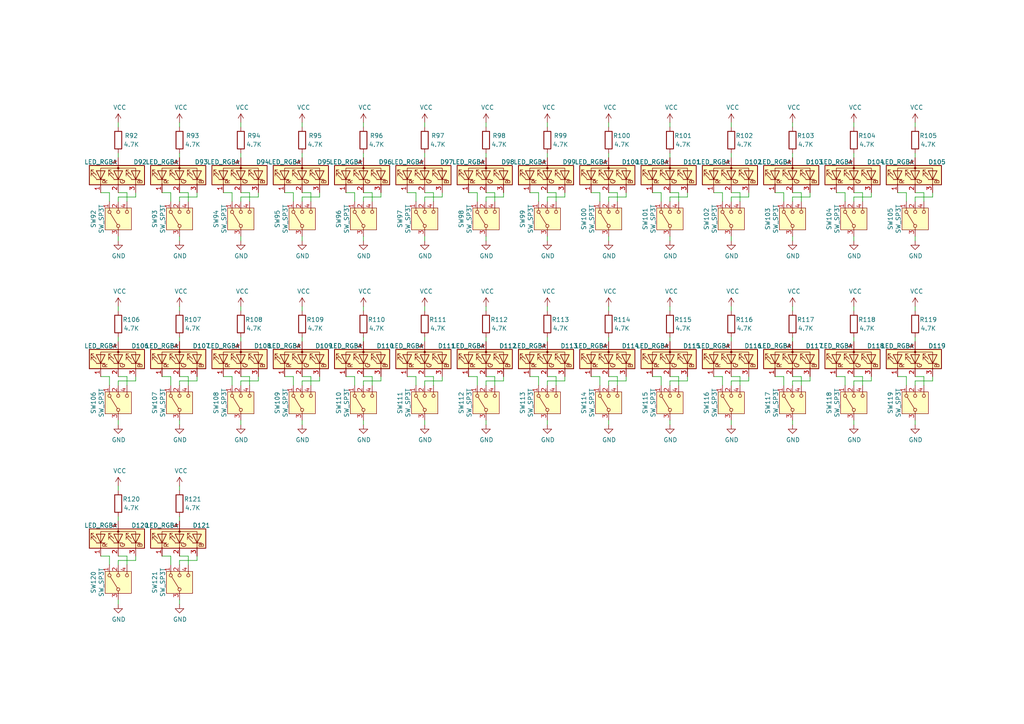
<source format=kicad_sch>
(kicad_sch (version 20231120) (generator "eeschema") (generator_version "8.0")
  (paper "A4")
  (lib_symbols
    (symbol "Device:R" (pin_numbers hide) (pin_names (offset 0))
      (property "Reference" "R" (at 2.032 0 90))
      (property "Value" "R" (at 0 0 90))
      (symbol "R_0_1"
        (rectangle (start -1.016 -2.54) (end 1.016 2.54) (stroke (width 0.254)))
      )
      (symbol "R_1_1"
        (pin passive line (at 0 3.81 270) (length 1.27) (name "~") (number "1"))
        (pin passive line (at 0 -3.81 90) (length 1.27) (name "~") (number "2"))
      )
    )
    (symbol "Switch:SW_SP3T" (pin_names (offset 0) hide)
      (property "Reference" "SW" (at 0 5.08 0))
      (property "Value" "SW_SP3T" (at 0 -5.08 0))
      (symbol "SW_SP3T_0_1"
        (circle (center -2.032 0) (radius 0.4572))
        (polyline (pts (xy -1.651 0.254) (xy 1.651 2.286)))
        (circle (center 2.032 -2.54) (radius 0.4572))
        (circle (center 2.032 0) (radius 0.4572))
        (circle (center 2.032 2.54) (radius 0.4572))
      )
      (symbol "SW_SP3T_1_1"
        (rectangle (start -3.175 3.81) (end 3.175 -3.81) (fill (type background)))
        (pin passive line (at 5.08 2.54 180) (length 2.54) (name "1") (number "1"))
        (pin passive line (at 5.08 0 180) (length 2.54) (name "2") (number "2"))
        (pin passive line (at -5.08 0 0) (length 2.54) (name "3") (number "3"))
        (pin passive line (at 5.08 -2.54 180) (length 2.54) (name "4") (number "4"))
      )
    )
    (symbol "led_rgba:LED_RGBA" (pin_names (offset 0) hide)
      (property "Reference" "D" (at 0 9.398 0))
      (property "Value" "LED_RGBA" (at 0 -8.89 0))
      (symbol "LED_RGBA_0_0"
        (text "B" (at -1.905 -6.35 0) (effects (font (size 1.27 1.27))))
        (text "G" (at -1.905 -1.27 0) (effects (font (size 1.27 1.27))))
        (text "R" (at -1.905 3.81 0) (effects (font (size 1.27 1.27))))
      )
      (symbol "LED_RGBA_0_1"
        (polyline (pts (xy -2.54 -5.08) (xy 1.27 -5.08)))
        (polyline (pts (xy -1.27 -3.81) (xy -1.27 -6.35)) (stroke (width 0.2032)))
        (polyline (pts (xy -1.27 1.27) (xy -1.27 -1.27)) (stroke (width 0.2032)))
        (polyline (pts (xy -1.27 6.35) (xy -1.27 3.81)) (stroke (width 0.2032)))
        (polyline (pts (xy 1.27 5.08) (xy -2.54 5.08)))
        (polyline (pts (xy 2.54 0) (xy -2.54 0)))
        (polyline (pts (xy 1.27 -5.08) (xy 2.032 -5.08) (xy 2.032 5.08) (xy 1.27 5.08)))
        (polyline (pts (xy 1.27 -3.81) (xy 1.27 -6.35) (xy -1.27 -5.08) (xy 1.27 -3.81)) (stroke (width 0.2032)))
        (polyline (pts (xy 1.27 1.27) (xy 1.27 -1.27) (xy -1.27 0) (xy 1.27 1.27)) (stroke (width 0.2032)))
        (polyline (pts (xy 1.27 6.35) (xy 1.27 3.81) (xy -1.27 5.08) (xy 1.27 6.35)) (stroke (width 0.2032)))
        (polyline (pts (xy -1.016 -3.81) (xy 0.508 -2.286) (xy -0.254 -2.286) (xy 0.508 -2.286) (xy 0.508 -3.048)))
        (polyline (pts (xy -1.016 1.27) (xy 0.508 2.794) (xy -0.254 2.794) (xy 0.508 2.794) (xy 0.508 2.032)))
        (polyline (pts (xy -1.016 6.35) (xy 0.508 7.874) (xy -0.254 7.874) (xy 0.508 7.874) (xy 0.508 7.112)))
        (polyline (pts (xy 0 -3.81) (xy 1.524 -2.286) (xy 0.762 -2.286) (xy 1.524 -2.286) (xy 1.524 -3.048)))
        (polyline (pts (xy 0 1.27) (xy 1.524 2.794) (xy 0.762 2.794) (xy 1.524 2.794) (xy 1.524 2.032)))
        (polyline (pts (xy 0 6.35) (xy 1.524 7.874) (xy 0.762 7.874) (xy 1.524 7.874) (xy 1.524 7.112)))
        (rectangle (start 1.27 6.35) (end 1.27 6.35))
        (circle (center 2.032 0) (radius 0.254) (fill (type outline)))
        (rectangle (start 2.794 8.382) (end -2.794 -7.62) (stroke (width 0.254)) (fill (type background)))
      )
      (symbol "LED_RGBA_1_1"
        (pin passive line (at -5.08 5.08 0) (length 2.54) (name "RK") (number "1"))
        (pin passive line (at -5.08 0 0) (length 2.54) (name "GK") (number "2"))
        (pin passive line (at -5.08 -5.08 0) (length 2.54) (name "BK") (number "3"))
        (pin passive line (at 5.08 0 180) (length 2.54) (name "A") (number "4"))
      )
    )
    (symbol "motivational board-rescue:GND-power" (power) (pin_names (offset 0))
      (property "Value" "power_GND" (at 0 -3.81 0))
      (symbol "GND-power_0_1"
        (polyline (pts (xy 0 0) (xy 0 -1.27) (xy 1.27 -1.27) (xy 0 -2.54) (xy -1.27 -1.27) (xy 0 -1.27)))
      )
      (symbol "GND-power_1_1"
        (pin power_in line (at 0 0 270) (length 0) hide (name "GND") (number "1"))
      )
    )
    (symbol "motivational board-rescue:VCC-power" (power) (pin_names (offset 0))
      (property "Value" "power_VCC" (at 0 3.81 0))
      (symbol "VCC-power_0_1"
        (polyline (pts (xy -0.762 1.27) (xy 0 2.54)))
        (polyline (pts (xy 0 0) (xy 0 2.54)))
        (polyline (pts (xy 0 2.54) (xy 0.762 1.27)))
      )
      (symbol "VCC-power_1_1"
        (pin power_in line (at 0 0 90) (length 0) hide (name "VCC") (number "1"))
      )
    )
  )
  (wire (pts (xy 34.29 163.83) (xy 34.29 162.56)))
  (wire (pts (xy 74.93 57.15) (xy 74.93 55.88)))
  (wire (pts (xy 161.29 111.76) (xy 161.29 109.22)))
  (wire (pts (xy 232.41 58.42) (xy 232.41 55.88)))
  (wire (pts (xy 270.51 110.49) (xy 270.51 109.22)))
  (wire (pts (xy 118.11 55.88) (xy 120.65 55.88)))
  (wire (pts (xy 102.87 55.88) (xy 102.87 58.42)))
  (wire (pts (xy 229.87 68.58) (xy 229.87 69.85)))
  (wire (pts (xy 158.75 99.06) (xy 158.75 97.79)))
  (wire (pts (xy 128.27 110.49) (xy 128.27 109.22)))
  (wire (pts (xy 194.31 110.49) (xy 199.39 110.49)))
  (wire (pts (xy 247.65 99.06) (xy 247.65 97.79)))
  (wire (pts (xy 194.31 88.9) (xy 194.31 90.17)))
  (wire (pts (xy 34.29 88.9) (xy 34.29 90.17)))
  (wire (pts (xy 72.39 55.88) (xy 69.85 55.88)))
  (wire (pts (xy 29.21 109.22) (xy 31.75 109.22)))
  (wire (pts (xy 34.29 110.49) (xy 39.37 110.49)))
  (wire (pts (xy 140.97 35.56) (xy 140.97 36.83)))
  (wire (pts (xy 138.43 109.22) (xy 138.43 111.76)))
  (wire (pts (xy 87.63 57.15) (xy 92.71 57.15)))
  (wire (pts (xy 265.43 57.15) (xy 270.51 57.15)))
  (wire (pts (xy 54.61 109.22) (xy 52.07 109.22)))
  (wire (pts (xy 196.85 111.76) (xy 196.85 109.22)))
  (wire (pts (xy 260.35 55.88) (xy 262.89 55.88)))
  (wire (pts (xy 267.97 111.76) (xy 267.97 109.22)))
  (wire (pts (xy 265.43 110.49) (xy 270.51 110.49)))
  (wire (pts (xy 181.61 57.15) (xy 181.61 55.88)))
  (wire (pts (xy 69.85 111.76) (xy 69.85 110.49)))
  (wire (pts (xy 158.75 110.49) (xy 163.83 110.49)))
  (wire (pts (xy 158.75 121.92) (xy 158.75 123.19)))
  (wire (pts (xy 153.67 109.22) (xy 156.21 109.22)))
  (wire (pts (xy 176.53 111.76) (xy 176.53 110.49)))
  (wire (pts (xy 234.95 110.49) (xy 234.95 109.22)))
  (wire (pts (xy 176.53 35.56) (xy 176.53 36.83)))
  (wire (pts (xy 214.63 55.88) (xy 212.09 55.88)))
  (wire (pts (xy 267.97 109.22) (xy 265.43 109.22)))
  (wire (pts (xy 227.33 109.22) (xy 227.33 111.76)))
  (wire (pts (xy 247.65 88.9) (xy 247.65 90.17)))
  (wire (pts (xy 69.85 88.9) (xy 69.85 90.17)))
  (wire (pts (xy 72.39 109.22) (xy 69.85 109.22)))
  (wire (pts (xy 140.97 110.49) (xy 146.05 110.49)))
  (wire (pts (xy 176.53 45.72) (xy 176.53 44.45)))
  (wire (pts (xy 247.65 35.56) (xy 247.65 36.83)))
  (wire (pts (xy 34.29 58.42) (xy 34.29 57.15)))
  (wire (pts (xy 107.95 55.88) (xy 105.41 55.88)))
  (wire (pts (xy 176.53 121.92) (xy 176.53 123.19)))
  (wire (pts (xy 125.73 111.76) (xy 125.73 109.22)))
  (wire (pts (xy 31.75 161.29) (xy 31.75 163.83)))
  (wire (pts (xy 173.99 55.88) (xy 173.99 58.42)))
  (wire (pts (xy 194.31 35.56) (xy 194.31 36.83)))
  (wire (pts (xy 247.65 110.49) (xy 252.73 110.49)))
  (wire (pts (xy 34.29 57.15) (xy 39.37 57.15)))
  (wire (pts (xy 229.87 121.92) (xy 229.87 123.19)))
  (wire (pts (xy 199.39 110.49) (xy 199.39 109.22)))
  (wire (pts (xy 265.43 68.58) (xy 265.43 69.85)))
  (wire (pts (xy 90.17 111.76) (xy 90.17 109.22)))
  (wire (pts (xy 69.85 68.58) (xy 69.85 69.85)))
  (wire (pts (xy 64.77 109.22) (xy 67.31 109.22)))
  (wire (pts (xy 194.31 121.92) (xy 194.31 123.19)))
  (wire (pts (xy 34.29 151.13) (xy 34.29 149.86)))
  (wire (pts (xy 171.45 55.88) (xy 173.99 55.88)))
  (wire (pts (xy 72.39 111.76) (xy 72.39 109.22)))
  (wire (pts (xy 212.09 99.06) (xy 212.09 97.79)))
  (wire (pts (xy 247.65 45.72) (xy 247.65 44.45)))
  (wire (pts (xy 82.55 109.22) (xy 85.09 109.22)))
  (wire (pts (xy 153.67 55.88) (xy 156.21 55.88)))
  (wire (pts (xy 69.85 57.15) (xy 74.93 57.15)))
  (wire (pts (xy 52.07 162.56) (xy 57.15 162.56)))
  (wire (pts (xy 194.31 58.42) (xy 194.31 57.15)))
  (wire (pts (xy 250.19 58.42) (xy 250.19 55.88)))
  (wire (pts (xy 123.19 111.76) (xy 123.19 110.49)))
  (wire (pts (xy 252.73 110.49) (xy 252.73 109.22)))
  (wire (pts (xy 140.97 68.58) (xy 140.97 69.85)))
  (wire (pts (xy 123.19 121.92) (xy 123.19 123.19)))
  (wire (pts (xy 123.19 68.58) (xy 123.19 69.85)))
  (wire (pts (xy 67.31 109.22) (xy 67.31 111.76)))
  (wire (pts (xy 265.43 88.9) (xy 265.43 90.17)))
  (wire (pts (xy 194.31 57.15) (xy 199.39 57.15)))
  (wire (pts (xy 163.83 110.49) (xy 163.83 109.22)))
  (wire (pts (xy 34.29 45.72) (xy 34.29 44.45)))
  (wire (pts (xy 265.43 121.92) (xy 265.43 123.19)))
  (wire (pts (xy 34.29 140.97) (xy 34.29 142.24)))
  (wire (pts (xy 217.17 110.49) (xy 217.17 109.22)))
  (wire (pts (xy 265.43 35.56) (xy 265.43 36.83)))
  (wire (pts (xy 224.79 109.22) (xy 227.33 109.22)))
  (wire (pts (xy 54.61 161.29) (xy 52.07 161.29)))
  (wire (pts (xy 92.71 110.49) (xy 92.71 109.22)))
  (wire (pts (xy 52.07 173.99) (xy 52.07 175.26)))
  (wire (pts (xy 179.07 58.42) (xy 179.07 55.88)))
  (wire (pts (xy 87.63 35.56) (xy 87.63 36.83)))
  (wire (pts (xy 247.65 121.92) (xy 247.65 123.19)))
  (wire (pts (xy 31.75 109.22) (xy 31.75 111.76)))
  (wire (pts (xy 176.53 88.9) (xy 176.53 90.17)))
  (wire (pts (xy 229.87 99.06) (xy 229.87 97.79)))
  (wire (pts (xy 247.65 68.58) (xy 247.65 69.85)))
  (wire (pts (xy 54.61 55.88) (xy 52.07 55.88)))
  (wire (pts (xy 107.95 109.22) (xy 105.41 109.22)))
  (wire (pts (xy 52.07 57.15) (xy 57.15 57.15)))
  (wire (pts (xy 52.07 151.13) (xy 52.07 149.86)))
  (wire (pts (xy 262.89 109.22) (xy 262.89 111.76)))
  (wire (pts (xy 105.41 110.49) (xy 110.49 110.49)))
  (wire (pts (xy 189.23 109.22) (xy 191.77 109.22)))
  (wire (pts (xy 54.61 163.83) (xy 54.61 161.29)))
  (wire (pts (xy 189.23 55.88) (xy 191.77 55.88)))
  (wire (pts (xy 214.63 111.76) (xy 214.63 109.22)))
  (wire (pts (xy 176.53 110.49) (xy 181.61 110.49)))
  (wire (pts (xy 163.83 57.15) (xy 163.83 55.88)))
  (wire (pts (xy 181.61 110.49) (xy 181.61 109.22)))
  (wire (pts (xy 199.39 57.15) (xy 199.39 55.88)))
  (wire (pts (xy 135.89 55.88) (xy 138.43 55.88)))
  (wire (pts (xy 105.41 121.92) (xy 105.41 123.19)))
  (wire (pts (xy 247.65 57.15) (xy 252.73 57.15)))
  (wire (pts (xy 34.29 111.76) (xy 34.29 110.49)))
  (wire (pts (xy 107.95 58.42) (xy 107.95 55.88)))
  (wire (pts (xy 105.41 88.9) (xy 105.41 90.17)))
  (wire (pts (xy 214.63 109.22) (xy 212.09 109.22)))
  (wire (pts (xy 214.63 58.42) (xy 214.63 55.88)))
  (wire (pts (xy 229.87 111.76) (xy 229.87 110.49)))
  (wire (pts (xy 110.49 110.49) (xy 110.49 109.22)))
  (wire (pts (xy 140.97 57.15) (xy 146.05 57.15)))
  (wire (pts (xy 87.63 68.58) (xy 87.63 69.85)))
  (wire (pts (xy 90.17 55.88) (xy 87.63 55.88)))
  (wire (pts (xy 265.43 58.42) (xy 265.43 57.15)))
  (wire (pts (xy 267.97 55.88) (xy 265.43 55.88)))
  (wire (pts (xy 140.97 58.42) (xy 140.97 57.15)))
  (wire (pts (xy 158.75 68.58) (xy 158.75 69.85)))
  (wire (pts (xy 49.53 55.88) (xy 49.53 58.42)))
  (wire (pts (xy 34.29 173.99) (xy 34.29 175.26)))
  (wire (pts (xy 107.95 111.76) (xy 107.95 109.22)))
  (wire (pts (xy 92.71 57.15) (xy 92.71 55.88)))
  (wire (pts (xy 100.33 109.22) (xy 102.87 109.22)))
  (wire (pts (xy 265.43 111.76) (xy 265.43 110.49)))
  (wire (pts (xy 227.33 55.88) (xy 227.33 58.42)))
  (wire (pts (xy 123.19 58.42) (xy 123.19 57.15)))
  (wire (pts (xy 52.07 58.42) (xy 52.07 57.15)))
  (wire (pts (xy 140.97 99.06) (xy 140.97 97.79)))
  (wire (pts (xy 105.41 111.76) (xy 105.41 110.49)))
  (wire (pts (xy 212.09 57.15) (xy 217.17 57.15)))
  (wire (pts (xy 125.73 109.22) (xy 123.19 109.22)))
  (wire (pts (xy 123.19 110.49) (xy 128.27 110.49)))
  (wire (pts (xy 242.57 109.22) (xy 245.11 109.22)))
  (wire (pts (xy 39.37 110.49) (xy 39.37 109.22)))
  (wire (pts (xy 34.29 68.58) (xy 34.29 69.85)))
  (wire (pts (xy 36.83 55.88) (xy 34.29 55.88)))
  (wire (pts (xy 105.41 45.72) (xy 105.41 44.45)))
  (wire (pts (xy 123.19 35.56) (xy 123.19 36.83)))
  (wire (pts (xy 194.31 99.06) (xy 194.31 97.79)))
  (wire (pts (xy 123.19 45.72) (xy 123.19 44.45)))
  (wire (pts (xy 105.41 68.58) (xy 105.41 69.85)))
  (wire (pts (xy 143.51 109.22) (xy 140.97 109.22)))
  (wire (pts (xy 105.41 57.15) (xy 110.49 57.15)))
  (wire (pts (xy 229.87 57.15) (xy 234.95 57.15)))
  (wire (pts (xy 34.29 162.56) (xy 39.37 162.56)))
  (wire (pts (xy 158.75 58.42) (xy 158.75 57.15)))
  (wire (pts (xy 140.97 45.72) (xy 140.97 44.45)))
  (wire (pts (xy 212.09 121.92) (xy 212.09 123.19)))
  (wire (pts (xy 36.83 163.83) (xy 36.83 161.29)))
  (wire (pts (xy 52.07 110.49) (xy 57.15 110.49)))
  (wire (pts (xy 34.29 121.92) (xy 34.29 123.19)))
  (wire (pts (xy 234.95 57.15) (xy 234.95 55.88)))
  (wire (pts (xy 247.65 111.76) (xy 247.65 110.49)))
  (wire (pts (xy 270.51 57.15) (xy 270.51 55.88)))
  (wire (pts (xy 179.07 111.76) (xy 179.07 109.22)))
  (wire (pts (xy 156.21 55.88) (xy 156.21 58.42)))
  (wire (pts (xy 194.31 68.58) (xy 194.31 69.85)))
  (wire (pts (xy 87.63 121.92) (xy 87.63 123.19)))
  (wire (pts (xy 196.85 58.42) (xy 196.85 55.88)))
  (wire (pts (xy 176.53 58.42) (xy 176.53 57.15)))
  (wire (pts (xy 49.53 161.29) (xy 49.53 163.83)))
  (wire (pts (xy 118.11 109.22) (xy 120.65 109.22)))
  (wire (pts (xy 52.07 35.56) (xy 52.07 36.83)))
  (wire (pts (xy 171.45 109.22) (xy 173.99 109.22)))
  (wire (pts (xy 140.97 121.92) (xy 140.97 123.19)))
  (wire (pts (xy 36.83 161.29) (xy 34.29 161.29)))
  (wire (pts (xy 67.31 55.88) (xy 67.31 58.42)))
  (wire (pts (xy 146.05 57.15) (xy 146.05 55.88)))
  (wire (pts (xy 52.07 88.9) (xy 52.07 90.17)))
  (wire (pts (xy 69.85 45.72) (xy 69.85 44.45)))
  (wire (pts (xy 176.53 68.58) (xy 176.53 69.85)))
  (wire (pts (xy 207.01 55.88) (xy 209.55 55.88)))
  (wire (pts (xy 52.07 45.72) (xy 52.07 44.45)))
  (wire (pts (xy 212.09 88.9) (xy 212.09 90.17)))
  (wire (pts (xy 143.51 55.88) (xy 140.97 55.88)))
  (wire (pts (xy 212.09 68.58) (xy 212.09 69.85)))
  (wire (pts (xy 250.19 111.76) (xy 250.19 109.22)))
  (wire (pts (xy 69.85 35.56) (xy 69.85 36.83)))
  (wire (pts (xy 123.19 99.06) (xy 123.19 97.79)))
  (wire (pts (xy 262.89 55.88) (xy 262.89 58.42)))
  (wire (pts (xy 194.31 111.76) (xy 194.31 110.49)))
  (wire (pts (xy 229.87 58.42) (xy 229.87 57.15)))
  (wire (pts (xy 158.75 35.56) (xy 158.75 36.83)))
  (wire (pts (xy 229.87 88.9) (xy 229.87 90.17)))
  (wire (pts (xy 158.75 45.72) (xy 158.75 44.45)))
  (wire (pts (xy 105.41 35.56) (xy 105.41 36.83)))
  (wire (pts (xy 194.31 45.72) (xy 194.31 44.45)))
  (wire (pts (xy 87.63 110.49) (xy 92.71 110.49)))
  (wire (pts (xy 69.85 58.42) (xy 69.85 57.15)))
  (wire (pts (xy 232.41 111.76) (xy 232.41 109.22)))
  (wire (pts (xy 146.05 110.49) (xy 146.05 109.22)))
  (wire (pts (xy 140.97 88.9) (xy 140.97 90.17)))
  (wire (pts (xy 49.53 109.22) (xy 49.53 111.76)))
  (wire (pts (xy 265.43 99.06) (xy 265.43 97.79)))
  (wire (pts (xy 232.41 55.88) (xy 229.87 55.88)))
  (wire (pts (xy 161.29 55.88) (xy 158.75 55.88)))
  (wire (pts (xy 69.85 121.92) (xy 69.85 123.19)))
  (wire (pts (xy 125.73 55.88) (xy 123.19 55.88)))
  (wire (pts (xy 87.63 111.76) (xy 87.63 110.49)))
  (wire (pts (xy 196.85 109.22) (xy 194.31 109.22)))
  (wire (pts (xy 212.09 45.72) (xy 212.09 44.45)))
  (wire (pts (xy 29.21 161.29) (xy 31.75 161.29)))
  (wire (pts (xy 176.53 99.06) (xy 176.53 97.79)))
  (wire (pts (xy 74.93 110.49) (xy 74.93 109.22)))
  (wire (pts (xy 143.51 58.42) (xy 143.51 55.88)))
  (wire (pts (xy 52.07 111.76) (xy 52.07 110.49)))
  (wire (pts (xy 245.11 55.88) (xy 245.11 58.42)))
  (wire (pts (xy 85.09 55.88) (xy 85.09 58.42)))
  (wire (pts (xy 158.75 57.15) (xy 163.83 57.15)))
  (wire (pts (xy 123.19 57.15) (xy 128.27 57.15)))
  (wire (pts (xy 46.99 161.29) (xy 49.53 161.29)))
  (wire (pts (xy 250.19 109.22) (xy 247.65 109.22)))
  (wire (pts (xy 64.77 55.88) (xy 67.31 55.88)))
  (wire (pts (xy 105.41 58.42) (xy 105.41 57.15)))
  (wire (pts (xy 179.07 55.88) (xy 176.53 55.88)))
  (wire (pts (xy 161.29 109.22) (xy 158.75 109.22)))
  (wire (pts (xy 140.97 111.76) (xy 140.97 110.49)))
  (wire (pts (xy 120.65 109.22) (xy 120.65 111.76)))
  (wire (pts (xy 87.63 88.9) (xy 87.63 90.17)))
  (wire (pts (xy 242.57 55.88) (xy 245.11 55.88)))
  (wire (pts (xy 85.09 109.22) (xy 85.09 111.76)))
  (wire (pts (xy 36.83 58.42) (xy 36.83 55.88)))
  (wire (pts (xy 260.35 109.22) (xy 262.89 109.22)))
  (wire (pts (xy 46.99 109.22) (xy 49.53 109.22)))
  (wire (pts (xy 135.89 109.22) (xy 138.43 109.22)))
  (wire (pts (xy 138.43 55.88) (xy 138.43 58.42)))
  (wire (pts (xy 90.17 109.22) (xy 87.63 109.22)))
  (wire (pts (xy 265.43 45.72) (xy 265.43 44.45)))
  (wire (pts (xy 229.87 45.72) (xy 229.87 44.45)))
  (wire (pts (xy 232.41 109.22) (xy 229.87 109.22)))
  (wire (pts (xy 173.99 109.22) (xy 173.99 111.76)))
  (wire (pts (xy 161.29 58.42) (xy 161.29 55.88)))
  (wire (pts (xy 179.07 109.22) (xy 176.53 109.22)))
  (wire (pts (xy 52.07 99.06) (xy 52.07 97.79)))
  (wire (pts (xy 191.77 55.88) (xy 191.77 58.42)))
  (wire (pts (xy 54.61 58.42) (xy 54.61 55.88)))
  (wire (pts (xy 207.01 109.22) (xy 209.55 109.22)))
  (wire (pts (xy 29.21 55.88) (xy 31.75 55.88)))
  (wire (pts (xy 52.07 68.58) (xy 52.07 69.85)))
  (wire (pts (xy 36.83 111.76) (xy 36.83 109.22)))
  (wire (pts (xy 212.09 110.49) (xy 217.17 110.49)))
  (wire (pts (xy 34.29 99.06) (xy 34.29 97.79)))
  (wire (pts (xy 229.87 110.49) (xy 234.95 110.49)))
  (wire (pts (xy 36.83 109.22) (xy 34.29 109.22)))
  (wire (pts (xy 176.53 57.15) (xy 181.61 57.15)))
  (wire (pts (xy 39.37 57.15) (xy 39.37 55.88)))
  (wire (pts (xy 34.29 35.56) (xy 34.29 36.83)))
  (wire (pts (xy 143.51 111.76) (xy 143.51 109.22)))
  (wire (pts (xy 105.41 99.06) (xy 105.41 97.79)))
  (wire (pts (xy 212.09 58.42) (xy 212.09 57.15)))
  (wire (pts (xy 87.63 45.72) (xy 87.63 44.45)))
  (wire (pts (xy 82.55 55.88) (xy 85.09 55.88)))
  (wire (pts (xy 229.87 35.56) (xy 229.87 36.83)))
  (wire (pts (xy 69.85 110.49) (xy 74.93 110.49)))
  (wire (pts (xy 69.85 99.06) (xy 69.85 97.79)))
  (wire (pts (xy 123.19 88.9) (xy 123.19 90.17)))
  (wire (pts (xy 209.55 55.88) (xy 209.55 58.42)))
  (wire (pts (xy 87.63 99.06) (xy 87.63 97.79)))
  (wire (pts (xy 212.09 35.56) (xy 212.09 36.83)))
  (wire (pts (xy 196.85 55.88) (xy 194.31 55.88)))
  (wire (pts (xy 100.33 55.88) (xy 102.87 55.88)))
  (wire (pts (xy 158.75 88.9) (xy 158.75 90.17)))
  (wire (pts (xy 267.97 58.42) (xy 267.97 55.88)))
  (wire (pts (xy 191.77 109.22) (xy 191.77 111.76)))
  (wire (pts (xy 217.17 57.15) (xy 217.17 55.88)))
  (wire (pts (xy 156.21 109.22) (xy 156.21 111.76)))
  (wire (pts (xy 72.39 58.42) (xy 72.39 55.88)))
  (wire (pts (xy 52.07 121.92) (xy 52.07 123.19)))
  (wire (pts (xy 120.65 55.88) (xy 120.65 58.42)))
  (wire (pts (xy 57.15 162.56) (xy 57.15 161.29)))
  (wire (pts (xy 212.09 111.76) (xy 212.09 110.49)))
  (wire (pts (xy 209.55 109.22) (xy 209.55 111.76)))
  (wire (pts (xy 224.79 55.88) (xy 227.33 55.88)))
  (wire (pts (xy 90.17 58.42) (xy 90.17 55.88)))
  (wire (pts (xy 125.73 58.42) (xy 125.73 55.88)))
  (wire (pts (xy 54.61 111.76) (xy 54.61 109.22)))
  (wire (pts (xy 31.75 55.88) (xy 31.75 58.42)))
  (wire (pts (xy 250.19 55.88) (xy 247.65 55.88)))
  (wire (pts (xy 102.87 109.22) (xy 102.87 111.76)))
  (wire (pts (xy 252.73 57.15) (xy 252.73 55.88)))
  (wire (pts (xy 245.11 109.22) (xy 245.11 111.76)))
  (wire (pts (xy 158.75 111.76) (xy 158.75 110.49)))
  (wire (pts (xy 46.99 55.88) (xy 49.53 55.88)))
  (wire (pts (xy 57.15 57.15) (xy 57.15 55.88)))
  (wire (pts (xy 39.37 162.56) (xy 39.37 161.29)))
  (wire (pts (xy 110.49 57.15) (xy 110.49 55.88)))
  (wire (pts (xy 128.27 57.15) (xy 128.27 55.88)))
  (wire (pts (xy 57.15 110.49) (xy 57.15 109.22)))
  (wire (pts (xy 52.07 140.97) (xy 52.07 142.24)))
  (wire (pts (xy 247.65 58.42) (xy 247.65 57.15)))
  (wire (pts (xy 52.07 163.83) (xy 52.07 162.56)))
  (wire (pts (xy 87.63 58.42) (xy 87.63 57.15)))
  (symbol (lib_id "Device:R") (at 140.97 40.64 0) (unit 1)
    (property "Reference" "R98" (at 144.78 39.37 0))
    (property "Value" "4.7K" (at 144.78 41.91 0))
    (property "Footprint" "Resistors_SMD:R_0805_HandSoldering" (effects (hide yes)))
  )
  (symbol (lib_id "Switch:SW_SP3T") (at 158.75 63.5 90) (unit 1)
    (property "Reference" "SW99" (at 151.5618 63.5 0))
    (property "Value" "SW_SP3T" (at 153.8732 63.5 0))
    (property "Footprint" "Button_Switch_THT-extra:SS13D07G4" (effects (hide yes)))
  )
  (symbol (lib_id "Switch:SW_SP3T") (at 194.31 63.5 90) (unit 1)
    (property "Reference" "SW101" (at 187.1218 63.5 0))
    (property "Value" "SW_SP3T" (at 189.4332 63.5 0))
    (property "Footprint" "Button_Switch_THT-extra:SS13D07G4" (effects (hide yes)))
  )
  (symbol (lib_id "motivational board-rescue:VCC-power") (at 247.65 35.56 0) (unit 1)
    (property "Reference" "#PWR0197" (effects (hide yes)))
    (property "Value" "VCC" (at 248.0818 31.1658 0))
  )
  (symbol (lib_id "Device:R") (at 265.43 40.64 0) (unit 1)
    (property "Reference" "R105" (at 269.24 39.37 0))
    (property "Value" "4.7K" (at 269.24 41.91 0))
    (property "Footprint" "Resistors_SMD:R_0805_HandSoldering" (effects (hide yes)))
  )
  (symbol (lib_id "led_rgba:LED_RGBA") (at 34.29 104.14 90) (unit 1)
    (property "Reference" "D106" (at 40.64 100.33 90))
    (property "Value" "LED_RGBA" (at 29.21 100.33 90))
    (property "Footprint" "LED_SMD-extra:LED_RGB_3528" (effects (hide yes)))
  )
  (symbol (lib_id "Device:R") (at 34.29 93.98 0) (unit 1)
    (property "Reference" "R106" (at 38.1 92.71 0))
    (property "Value" "4.7K" (at 38.1 95.25 0))
    (property "Footprint" "Resistors_SMD:R_0805_HandSoldering" (effects (hide yes)))
  )
  (symbol (lib_id "Switch:SW_SP3T") (at 52.07 116.84 90) (unit 1)
    (property "Reference" "SW107" (at 44.8818 116.84 0))
    (property "Value" "SW_SP3T" (at 47.1932 116.84 0))
    (property "Footprint" "Button_Switch_THT-extra:SS13D07G4" (effects (hide yes)))
  )
  (symbol (lib_id "Switch:SW_SP3T") (at 194.31 116.84 90) (unit 1)
    (property "Reference" "SW115" (at 187.1218 116.84 0))
    (property "Value" "SW_SP3T" (at 189.4332 116.84 0))
    (property "Footprint" "Button_Switch_THT-extra:SS13D07G4" (effects (hide yes)))
  )
  (symbol (lib_id "led_rgba:LED_RGBA") (at 212.09 104.14 90) (unit 1)
    (property "Reference" "D116" (at 218.44 100.33 90))
    (property "Value" "LED_RGBA" (at 207.01 100.33 90))
    (property "Footprint" "LED_SMD-extra:LED_RGB_3528" (effects (hide yes)))
  )
  (symbol (lib_id "motivational board-rescue:GND-power") (at 212.09 123.19 0) (unit 1)
    (property "Reference" "#PWR0237" (effects (hide yes)))
    (property "Value" "GND" (at 212.217 127.5842 0))
  )
  (symbol (lib_id "led_rgba:LED_RGBA") (at 229.87 104.14 90) (unit 1)
    (property "Reference" "D117" (at 236.22 100.33 90))
    (property "Value" "LED_RGBA" (at 224.79 100.33 90))
    (property "Footprint" "LED_SMD-extra:LED_RGB_3528" (effects (hide yes)))
  )
  (symbol (lib_id "motivational board-rescue:VCC-power") (at 265.43 88.9 0) (unit 1)
    (property "Reference" "#PWR0226" (effects (hide yes)))
    (property "Value" "VCC" (at 265.8618 84.5058 0))
  )
  (symbol (lib_id "motivational board-rescue:GND-power") (at 265.43 123.19 0) (unit 1)
    (property "Reference" "#PWR0240" (effects (hide yes)))
    (property "Value" "GND" (at 265.557 127.5842 0))
  )
  (symbol (lib_id "motivational board-rescue:GND-power") (at 52.07 175.26 0) (unit 1)
    (property "Reference" "#PWR0244" (effects (hide yes)))
    (property "Value" "GND" (at 52.197 179.6542 0))
  )
  (symbol (lib_id "Switch:SW_SP3T") (at 34.29 63.5 90) (unit 1)
    (property "Reference" "SW92" (at 27.1018 63.5 0))
    (property "Value" "SW_SP3T" (at 29.4132 63.5 0))
    (property "Footprint" "Button_Switch_THT-extra:SS13D07G4" (effects (hide yes)))
  )
  (symbol (lib_id "led_rgba:LED_RGBA") (at 34.29 50.8 90) (unit 1)
    (property "Reference" "D92" (at 40.64 46.99 90))
    (property "Value" "LED_RGBA" (at 29.21 46.99 90))
    (property "Footprint" "LED_SMD-extra:LED_RGB_3528" (effects (hide yes)))
  )
  (symbol (lib_id "Device:R") (at 34.29 40.64 0) (unit 1)
    (property "Reference" "R92" (at 38.1 39.37 0))
    (property "Value" "4.7K" (at 38.1 41.91 0))
    (property "Footprint" "Resistors_SMD:R_0805_HandSoldering" (effects (hide yes)))
  )
  (symbol (lib_id "motivational board-rescue:VCC-power") (at 34.29 35.56 0) (unit 1)
    (property "Reference" "#PWR0185" (effects (hide yes)))
    (property "Value" "VCC" (at 34.7218 31.1658 0))
  )
  (symbol (lib_id "motivational board-rescue:GND-power") (at 34.29 69.85 0) (unit 1)
    (property "Reference" "#PWR0199" (effects (hide yes)))
    (property "Value" "GND" (at 34.417 74.2442 0))
  )
  (symbol (lib_id "Switch:SW_SP3T") (at 52.07 63.5 90) (unit 1)
    (property "Reference" "SW93" (at 44.8818 63.5 0))
    (property "Value" "SW_SP3T" (at 47.1932 63.5 0))
    (property "Footprint" "Button_Switch_THT-extra:SS13D07G4" (effects (hide yes)))
  )
  (symbol (lib_id "led_rgba:LED_RGBA") (at 52.07 50.8 90) (unit 1)
    (property "Reference" "D93" (at 58.42 46.99 90))
    (property "Value" "LED_RGBA" (at 46.99 46.99 90))
    (property "Footprint" "LED_SMD-extra:LED_RGB_3528" (effects (hide yes)))
  )
  (symbol (lib_id "Device:R") (at 52.07 40.64 0) (unit 1)
    (property "Reference" "R93" (at 55.88 39.37 0))
    (property "Value" "4.7K" (at 55.88 41.91 0))
    (property "Footprint" "Resistors_SMD:R_0805_HandSoldering" (effects (hide yes)))
  )
  (symbol (lib_id "motivational board-rescue:VCC-power") (at 52.07 35.56 0) (unit 1)
    (property "Reference" "#PWR0186" (effects (hide yes)))
    (property "Value" "VCC" (at 52.5018 31.1658 0))
  )
  (symbol (lib_id "motivational board-rescue:GND-power") (at 52.07 69.85 0) (unit 1)
    (property "Reference" "#PWR0200" (effects (hide yes)))
    (property "Value" "GND" (at 52.197 74.2442 0))
  )
  (symbol (lib_id "Switch:SW_SP3T") (at 69.85 63.5 90) (unit 1)
    (property "Reference" "SW94" (at 62.6618 63.5 0))
    (property "Value" "SW_SP3T" (at 64.9732 63.5 0))
    (property "Footprint" "Button_Switch_THT-extra:SS13D07G4" (effects (hide yes)))
  )
  (symbol (lib_id "led_rgba:LED_RGBA") (at 69.85 50.8 90) (unit 1)
    (property "Reference" "D94" (at 76.2 46.99 90))
    (property "Value" "LED_RGBA" (at 64.77 46.99 90))
    (property "Footprint" "LED_SMD-extra:LED_RGB_3528" (effects (hide yes)))
  )
  (symbol (lib_id "Device:R") (at 69.85 40.64 0) (unit 1)
    (property "Reference" "R94" (at 73.66 39.37 0))
    (property "Value" "4.7K" (at 73.66 41.91 0))
    (property "Footprint" "Resistors_SMD:R_0805_HandSoldering" (effects (hide yes)))
  )
  (symbol (lib_id "motivational board-rescue:VCC-power") (at 69.85 35.56 0) (unit 1)
    (property "Reference" "#PWR0187" (effects (hide yes)))
    (property "Value" "VCC" (at 70.2818 31.1658 0))
  )
  (symbol (lib_id "motivational board-rescue:GND-power") (at 69.85 69.85 0) (unit 1)
    (property "Reference" "#PWR0201" (effects (hide yes)))
    (property "Value" "GND" (at 69.977 74.2442 0))
  )
  (symbol (lib_id "Switch:SW_SP3T") (at 87.63 63.5 90) (unit 1)
    (property "Reference" "SW95" (at 80.4418 63.5 0))
    (property "Value" "SW_SP3T" (at 82.7532 63.5 0))
    (property "Footprint" "Button_Switch_THT-extra:SS13D07G4" (effects (hide yes)))
  )
  (symbol (lib_id "led_rgba:LED_RGBA") (at 87.63 50.8 90) (unit 1)
    (property "Reference" "D95" (at 93.98 46.99 90))
    (property "Value" "LED_RGBA" (at 82.55 46.99 90))
    (property "Footprint" "LED_SMD-extra:LED_RGB_3528" (effects (hide yes)))
  )
  (symbol (lib_id "Device:R") (at 87.63 40.64 0) (unit 1)
    (property "Reference" "R95" (at 91.44 39.37 0))
    (property "Value" "4.7K" (at 91.44 41.91 0))
    (property "Footprint" "Resistors_SMD:R_0805_HandSoldering" (effects (hide yes)))
  )
  (symbol (lib_id "motivational board-rescue:VCC-power") (at 87.63 35.56 0) (unit 1)
    (property "Reference" "#PWR0188" (effects (hide yes)))
    (property "Value" "VCC" (at 88.0618 31.1658 0))
  )
  (symbol (lib_id "motivational board-rescue:GND-power") (at 87.63 69.85 0) (unit 1)
    (property "Reference" "#PWR0202" (effects (hide yes)))
    (property "Value" "GND" (at 87.757 74.2442 0))
  )
  (symbol (lib_id "Switch:SW_SP3T") (at 105.41 63.5 90) (unit 1)
    (property "Reference" "SW96" (at 98.2218 63.5 0))
    (property "Value" "SW_SP3T" (at 100.5332 63.5 0))
    (property "Footprint" "Button_Switch_THT-extra:SS13D07G4" (effects (hide yes)))
  )
  (symbol (lib_id "led_rgba:LED_RGBA") (at 105.41 50.8 90) (unit 1)
    (property "Reference" "D96" (at 111.76 46.99 90))
    (property "Value" "LED_RGBA" (at 100.33 46.99 90))
    (property "Footprint" "LED_SMD-extra:LED_RGB_3528" (effects (hide yes)))
  )
  (symbol (lib_id "Device:R") (at 105.41 40.64 0) (unit 1)
    (property "Reference" "R96" (at 109.22 39.37 0))
    (property "Value" "4.7K" (at 109.22 41.91 0))
    (property "Footprint" "Resistors_SMD:R_0805_HandSoldering" (effects (hide yes)))
  )
  (symbol (lib_id "motivational board-rescue:VCC-power") (at 105.41 35.56 0) (unit 1)
    (property "Reference" "#PWR0189" (effects (hide yes)))
    (property "Value" "VCC" (at 105.8418 31.1658 0))
  )
  (symbol (lib_id "motivational board-rescue:GND-power") (at 105.41 69.85 0) (unit 1)
    (property "Reference" "#PWR0203" (effects (hide yes)))
    (property "Value" "GND" (at 105.537 74.2442 0))
  )
  (symbol (lib_id "Switch:SW_SP3T") (at 123.19 63.5 90) (unit 1)
    (property "Reference" "SW97" (at 116.0018 63.5 0))
    (property "Value" "SW_SP3T" (at 118.3132 63.5 0))
    (property "Footprint" "Button_Switch_THT-extra:SS13D07G4" (effects (hide yes)))
  )
  (symbol (lib_id "led_rgba:LED_RGBA") (at 123.19 50.8 90) (unit 1)
    (property "Reference" "D97" (at 129.54 46.99 90))
    (property "Value" "LED_RGBA" (at 118.11 46.99 90))
    (property "Footprint" "LED_SMD-extra:LED_RGB_3528" (effects (hide yes)))
  )
  (symbol (lib_id "Device:R") (at 123.19 40.64 0) (unit 1)
    (property "Reference" "R97" (at 127 39.37 0))
    (property "Value" "4.7K" (at 127 41.91 0))
    (property "Footprint" "Resistors_SMD:R_0805_HandSoldering" (effects (hide yes)))
  )
  (symbol (lib_id "motivational board-rescue:VCC-power") (at 123.19 35.56 0) (unit 1)
    (property "Reference" "#PWR0190" (effects (hide yes)))
    (property "Value" "VCC" (at 123.6218 31.1658 0))
  )
  (symbol (lib_id "motivational board-rescue:GND-power") (at 123.19 69.85 0) (unit 1)
    (property "Reference" "#PWR0204" (effects (hide yes)))
    (property "Value" "GND" (at 123.317 74.2442 0))
  )
  (symbol (lib_id "Switch:SW_SP3T") (at 140.97 63.5 90) (unit 1)
    (property "Reference" "SW98" (at 133.7818 63.5 0))
    (property "Value" "SW_SP3T" (at 136.0932 63.5 0))
    (property "Footprint" "Button_Switch_THT-extra:SS13D07G4" (effects (hide yes)))
  )
  (symbol (lib_id "led_rgba:LED_RGBA") (at 140.97 50.8 90) (unit 1)
    (property "Reference" "D98" (at 147.32 46.99 90))
    (property "Value" "LED_RGBA" (at 135.89 46.99 90))
    (property "Footprint" "LED_SMD-extra:LED_RGB_3528" (effects (hide yes)))
  )
  (symbol (lib_id "motivational board-rescue:VCC-power") (at 140.97 35.56 0) (unit 1)
    (property "Reference" "#PWR0191" (effects (hide yes)))
    (property "Value" "VCC" (at 141.4018 31.1658 0))
  )
  (symbol (lib_id "motivational board-rescue:GND-power") (at 140.97 69.85 0) (unit 1)
    (property "Reference" "#PWR0205" (effects (hide yes)))
    (property "Value" "GND" (at 141.097 74.2442 0))
  )
  (symbol (lib_id "led_rgba:LED_RGBA") (at 158.75 50.8 90) (unit 1)
    (property "Reference" "D99" (at 165.1 46.99 90))
    (property "Value" "LED_RGBA" (at 153.67 46.99 90))
    (property "Footprint" "LED_SMD-extra:LED_RGB_3528" (effects (hide yes)))
  )
  (symbol (lib_id "Device:R") (at 158.75 40.64 0) (unit 1)
    (property "Reference" "R99" (at 162.56 39.37 0))
    (property "Value" "4.7K" (at 162.56 41.91 0))
    (property "Footprint" "Resistors_SMD:R_0805_HandSoldering" (effects (hide yes)))
  )
  (symbol (lib_id "motivational board-rescue:VCC-power") (at 158.75 35.56 0) (unit 1)
    (property "Reference" "#PWR0192" (effects (hide yes)))
    (property "Value" "VCC" (at 159.1818 31.1658 0))
  )
  (symbol (lib_id "motivational board-rescue:GND-power") (at 158.75 69.85 0) (unit 1)
    (property "Reference" "#PWR0206" (effects (hide yes)))
    (property "Value" "GND" (at 158.877 74.2442 0))
  )
  (symbol (lib_id "Switch:SW_SP3T") (at 176.53 63.5 90) (unit 1)
    (property "Reference" "SW100" (at 169.3418 63.5 0))
    (property "Value" "SW_SP3T" (at 171.6532 63.5 0))
    (property "Footprint" "Button_Switch_THT-extra:SS13D07G4" (effects (hide yes)))
  )
  (symbol (lib_id "led_rgba:LED_RGBA") (at 176.53 50.8 90) (unit 1)
    (property "Reference" "D100" (at 182.88 46.99 90))
    (property "Value" "LED_RGBA" (at 171.45 46.99 90))
    (property "Footprint" "LED_SMD-extra:LED_RGB_3528" (effects (hide yes)))
  )
  (symbol (lib_id "Device:R") (at 176.53 40.64 0) (unit 1)
    (property "Reference" "R100" (at 180.34 39.37 0))
    (property "Value" "4.7K" (at 180.34 41.91 0))
    (property "Footprint" "Resistors_SMD:R_0805_HandSoldering" (effects (hide yes)))
  )
  (symbol (lib_id "motivational board-rescue:VCC-power") (at 176.53 35.56 0) (unit 1)
    (property "Reference" "#PWR0193" (effects (hide yes)))
    (property "Value" "VCC" (at 176.9618 31.1658 0))
  )
  (symbol (lib_id "motivational board-rescue:GND-power") (at 176.53 69.85 0) (unit 1)
    (property "Reference" "#PWR0207" (effects (hide yes)))
    (property "Value" "GND" (at 176.657 74.2442 0))
  )
  (symbol (lib_id "led_rgba:LED_RGBA") (at 194.31 50.8 90) (unit 1)
    (property "Reference" "D101" (at 200.66 46.99 90))
    (property "Value" "LED_RGBA" (at 189.23 46.99 90))
    (property "Footprint" "LED_SMD-extra:LED_RGB_3528" (effects (hide yes)))
  )
  (symbol (lib_id "Device:R") (at 194.31 40.64 0) (unit 1)
    (property "Reference" "R101" (at 198.12 39.37 0))
    (property "Value" "4.7K" (at 198.12 41.91 0))
    (property "Footprint" "Resistors_SMD:R_0805_HandSoldering" (effects (hide yes)))
  )
  (symbol (lib_id "motivational board-rescue:VCC-power") (at 194.31 35.56 0) (unit 1)
    (property "Reference" "#PWR0194" (effects (hide yes)))
    (property "Value" "VCC" (at 194.7418 31.1658 0))
  )
  (symbol (lib_id "motivational board-rescue:GND-power") (at 194.31 69.85 0) (unit 1)
    (property "Reference" "#PWR0208" (effects (hide yes)))
    (property "Value" "GND" (at 194.437 74.2442 0))
  )
  (symbol (lib_id "Switch:SW_SP3T") (at 212.09 63.5 90) (unit 1)
    (property "Reference" "SW102" (at 204.9018 63.5 0))
    (property "Value" "SW_SP3T" (at 207.2132 63.5 0))
    (property "Footprint" "Button_Switch_THT-extra:SS13D07G4" (effects (hide yes)))
  )
  (symbol (lib_id "led_rgba:LED_RGBA") (at 212.09 50.8 90) (unit 1)
    (property "Reference" "D102" (at 218.44 46.99 90))
    (property "Value" "LED_RGBA" (at 207.01 46.99 90))
    (property "Footprint" "LED_SMD-extra:LED_RGB_3528" (effects (hide yes)))
  )
  (symbol (lib_id "Device:R") (at 212.09 40.64 0) (unit 1)
    (property "Reference" "R102" (at 215.9 39.37 0))
    (property "Value" "4.7K" (at 215.9 41.91 0))
    (property "Footprint" "Resistors_SMD:R_0805_HandSoldering" (effects (hide yes)))
  )
  (symbol (lib_id "motivational board-rescue:VCC-power") (at 212.09 35.56 0) (unit 1)
    (property "Reference" "#PWR0195" (effects (hide yes)))
    (property "Value" "VCC" (at 212.5218 31.1658 0))
  )
  (symbol (lib_id "motivational board-rescue:GND-power") (at 212.09 69.85 0) (unit 1)
    (property "Reference" "#PWR0209" (effects (hide yes)))
    (property "Value" "GND" (at 212.217 74.2442 0))
  )
  (symbol (lib_id "Switch:SW_SP3T") (at 229.87 63.5 90) (unit 1)
    (property "Reference" "SW103" (at 222.6818 63.5 0))
    (property "Value" "SW_SP3T" (at 224.9932 63.5 0))
    (property "Footprint" "Button_Switch_THT-extra:SS13D07G4" (effects (hide yes)))
  )
  (symbol (lib_id "led_rgba:LED_RGBA") (at 229.87 50.8 90) (unit 1)
    (property "Reference" "D103" (at 236.22 46.99 90))
    (property "Value" "LED_RGBA" (at 224.79 46.99 90))
    (property "Footprint" "LED_SMD-extra:LED_RGB_3528" (effects (hide yes)))
  )
  (symbol (lib_id "Device:R") (at 229.87 40.64 0) (unit 1)
    (property "Reference" "R103" (at 233.68 39.37 0))
    (property "Value" "4.7K" (at 233.68 41.91 0))
    (property "Footprint" "Resistors_SMD:R_0805_HandSoldering" (effects (hide yes)))
  )
  (symbol (lib_id "motivational board-rescue:VCC-power") (at 229.87 35.56 0) (unit 1)
    (property "Reference" "#PWR0196" (effects (hide yes)))
    (property "Value" "VCC" (at 230.3018 31.1658 0))
  )
  (symbol (lib_id "motivational board-rescue:GND-power") (at 229.87 69.85 0) (unit 1)
    (property "Reference" "#PWR0210" (effects (hide yes)))
    (property "Value" "GND" (at 229.997 74.2442 0))
  )
  (symbol (lib_id "Switch:SW_SP3T") (at 247.65 63.5 90) (unit 1)
    (property "Reference" "SW104" (at 240.4618 63.5 0))
    (property "Value" "SW_SP3T" (at 242.7732 63.5 0))
    (property "Footprint" "Button_Switch_THT-extra:SS13D07G4" (effects (hide yes)))
  )
  (symbol (lib_id "led_rgba:LED_RGBA") (at 247.65 50.8 90) (unit 1)
    (property "Reference" "D104" (at 254 46.99 90))
    (property "Value" "LED_RGBA" (at 242.57 46.99 90))
    (property "Footprint" "LED_SMD-extra:LED_RGB_3528" (effects (hide yes)))
  )
  (symbol (lib_id "Device:R") (at 247.65 40.64 0) (unit 1)
    (property "Reference" "R104" (at 251.46 39.37 0))
    (property "Value" "4.7K" (at 251.46 41.91 0))
    (property "Footprint" "Resistors_SMD:R_0805_HandSoldering" (effects (hide yes)))
  )
  (symbol (lib_id "motivational board-rescue:GND-power") (at 247.65 69.85 0) (unit 1)
    (property "Reference" "#PWR0211" (effects (hide yes)))
    (property "Value" "GND" (at 247.777 74.2442 0))
  )
  (symbol (lib_id "Switch:SW_SP3T") (at 265.43 63.5 90) (unit 1)
    (property "Reference" "SW105" (at 258.2418 63.5 0))
    (property "Value" "SW_SP3T" (at 260.5532 63.5 0))
    (property "Footprint" "Button_Switch_THT-extra:SS13D07G4" (effects (hide yes)))
  )
  (symbol (lib_id "led_rgba:LED_RGBA") (at 265.43 50.8 90) (unit 1)
    (property "Reference" "D105" (at 271.78 46.99 90))
    (property "Value" "LED_RGBA" (at 260.35 46.99 90))
    (property "Footprint" "LED_SMD-extra:LED_RGB_3528" (effects (hide yes)))
  )
  (symbol (lib_id "motivational board-rescue:VCC-power") (at 265.43 35.56 0) (unit 1)
    (property "Reference" "#PWR0198" (effects (hide yes)))
    (property "Value" "VCC" (at 265.8618 31.1658 0))
  )
  (symbol (lib_id "motivational board-rescue:GND-power") (at 265.43 69.85 0) (unit 1)
    (property "Reference" "#PWR0212" (effects (hide yes)))
    (property "Value" "GND" (at 265.557 74.2442 0))
  )
  (symbol (lib_id "Switch:SW_SP3T") (at 34.29 116.84 90) (unit 1)
    (property "Reference" "SW106" (at 27.1018 116.84 0))
    (property "Value" "SW_SP3T" (at 29.4132 116.84 0))
    (property "Footprint" "Button_Switch_THT-extra:SS13D07G4" (effects (hide yes)))
  )
  (symbol (lib_id "motivational board-rescue:VCC-power") (at 34.29 88.9 0) (unit 1)
    (property "Reference" "#PWR0213" (effects (hide yes)))
    (property "Value" "VCC" (at 34.7218 84.5058 0))
  )
  (symbol (lib_id "motivational board-rescue:GND-power") (at 34.29 123.19 0) (unit 1)
    (property "Reference" "#PWR0227" (effects (hide yes)))
    (property "Value" "GND" (at 34.417 127.5842 0))
  )
  (symbol (lib_id "led_rgba:LED_RGBA") (at 52.07 104.14 90) (unit 1)
    (property "Reference" "D107" (at 58.42 100.33 90))
    (property "Value" "LED_RGBA" (at 46.99 100.33 90))
    (property "Footprint" "LED_SMD-extra:LED_RGB_3528" (effects (hide yes)))
  )
  (symbol (lib_id "Device:R") (at 52.07 93.98 0) (unit 1)
    (property "Reference" "R107" (at 55.88 92.71 0))
    (property "Value" "4.7K" (at 55.88 95.25 0))
    (property "Footprint" "Resistors_SMD:R_0805_HandSoldering" (effects (hide yes)))
  )
  (symbol (lib_id "motivational board-rescue:VCC-power") (at 52.07 88.9 0) (unit 1)
    (property "Reference" "#PWR0214" (effects (hide yes)))
    (property "Value" "VCC" (at 52.5018 84.5058 0))
  )
  (symbol (lib_id "motivational board-rescue:GND-power") (at 52.07 123.19 0) (unit 1)
    (property "Reference" "#PWR0228" (effects (hide yes)))
    (property "Value" "GND" (at 52.197 127.5842 0))
  )
  (symbol (lib_id "Switch:SW_SP3T") (at 69.85 116.84 90) (unit 1)
    (property "Reference" "SW108" (at 62.6618 116.84 0))
    (property "Value" "SW_SP3T" (at 64.9732 116.84 0))
    (property "Footprint" "Button_Switch_THT-extra:SS13D07G4" (effects (hide yes)))
  )
  (symbol (lib_id "led_rgba:LED_RGBA") (at 69.85 104.14 90) (unit 1)
    (property "Reference" "D108" (at 76.2 100.33 90))
    (property "Value" "LED_RGBA" (at 64.77 100.33 90))
    (property "Footprint" "LED_SMD-extra:LED_RGB_3528" (effects (hide yes)))
  )
  (symbol (lib_id "Device:R") (at 69.85 93.98 0) (unit 1)
    (property "Reference" "R108" (at 73.66 92.71 0))
    (property "Value" "4.7K" (at 73.66 95.25 0))
    (property "Footprint" "Resistors_SMD:R_0805_HandSoldering" (effects (hide yes)))
  )
  (symbol (lib_id "motivational board-rescue:VCC-power") (at 69.85 88.9 0) (unit 1)
    (property "Reference" "#PWR0215" (effects (hide yes)))
    (property "Value" "VCC" (at 70.2818 84.5058 0))
  )
  (symbol (lib_id "motivational board-rescue:GND-power") (at 69.85 123.19 0) (unit 1)
    (property "Reference" "#PWR0229" (effects (hide yes)))
    (property "Value" "GND" (at 69.977 127.5842 0))
  )
  (symbol (lib_id "Switch:SW_SP3T") (at 87.63 116.84 90) (unit 1)
    (property "Reference" "SW109" (at 80.4418 116.84 0))
    (property "Value" "SW_SP3T" (at 82.7532 116.84 0))
    (property "Footprint" "Button_Switch_THT-extra:SS13D07G4" (effects (hide yes)))
  )
  (symbol (lib_id "led_rgba:LED_RGBA") (at 87.63 104.14 90) (unit 1)
    (property "Reference" "D109" (at 93.98 100.33 90))
    (property "Value" "LED_RGBA" (at 82.55 100.33 90))
    (property "Footprint" "LED_SMD-extra:LED_RGB_3528" (effects (hide yes)))
  )
  (symbol (lib_id "Device:R") (at 87.63 93.98 0) (unit 1)
    (property "Reference" "R109" (at 91.44 92.71 0))
    (property "Value" "4.7K" (at 91.44 95.25 0))
    (property "Footprint" "Resistors_SMD:R_0805_HandSoldering" (effects (hide yes)))
  )
  (symbol (lib_id "motivational board-rescue:VCC-power") (at 87.63 88.9 0) (unit 1)
    (property "Reference" "#PWR0216" (effects (hide yes)))
    (property "Value" "VCC" (at 88.0618 84.5058 0))
  )
  (symbol (lib_id "motivational board-rescue:GND-power") (at 87.63 123.19 0) (unit 1)
    (property "Reference" "#PWR0230" (effects (hide yes)))
    (property "Value" "GND" (at 87.757 127.5842 0))
  )
  (symbol (lib_id "Switch:SW_SP3T") (at 105.41 116.84 90) (unit 1)
    (property "Reference" "SW110" (at 98.2218 116.84 0))
    (property "Value" "SW_SP3T" (at 100.5332 116.84 0))
    (property "Footprint" "Button_Switch_THT-extra:SS13D07G4" (effects (hide yes)))
  )
  (symbol (lib_id "led_rgba:LED_RGBA") (at 105.41 104.14 90) (unit 1)
    (property "Reference" "D110" (at 111.76 100.33 90))
    (property "Value" "LED_RGBA" (at 100.33 100.33 90))
    (property "Footprint" "LED_SMD-extra:LED_RGB_3528" (effects (hide yes)))
  )
  (symbol (lib_id "Device:R") (at 105.41 93.98 0) (unit 1)
    (property "Reference" "R110" (at 109.22 92.71 0))
    (property "Value" "4.7K" (at 109.22 95.25 0))
    (property "Footprint" "Resistors_SMD:R_0805_HandSoldering" (effects (hide yes)))
  )
  (symbol (lib_id "motivational board-rescue:VCC-power") (at 105.41 88.9 0) (unit 1)
    (property "Reference" "#PWR0217" (effects (hide yes)))
    (property "Value" "VCC" (at 105.8418 84.5058 0))
  )
  (symbol (lib_id "motivational board-rescue:GND-power") (at 105.41 123.19 0) (unit 1)
    (property "Reference" "#PWR0231" (effects (hide yes)))
    (property "Value" "GND" (at 105.537 127.5842 0))
  )
  (symbol (lib_id "Switch:SW_SP3T") (at 123.19 116.84 90) (unit 1)
    (property "Reference" "SW111" (at 116.0018 116.84 0))
    (property "Value" "SW_SP3T" (at 118.3132 116.84 0))
    (property "Footprint" "Button_Switch_THT-extra:SS13D07G4" (effects (hide yes)))
  )
  (symbol (lib_id "led_rgba:LED_RGBA") (at 123.19 104.14 90) (unit 1)
    (property "Reference" "D111" (at 129.54 100.33 90))
    (property "Value" "LED_RGBA" (at 118.11 100.33 90))
    (property "Footprint" "LED_SMD-extra:LED_RGB_3528" (effects (hide yes)))
  )
  (symbol (lib_id "Device:R") (at 123.19 93.98 0) (unit 1)
    (property "Reference" "R111" (at 127 92.71 0))
    (property "Value" "4.7K" (at 127 95.25 0))
    (property "Footprint" "Resistors_SMD:R_0805_HandSoldering" (effects (hide yes)))
  )
  (symbol (lib_id "motivational board-rescue:VCC-power") (at 123.19 88.9 0) (unit 1)
    (property "Reference" "#PWR0218" (effects (hide yes)))
    (property "Value" "VCC" (at 123.6218 84.5058 0))
  )
  (symbol (lib_id "motivational board-rescue:GND-power") (at 123.19 123.19 0) (unit 1)
    (property "Reference" "#PWR0232" (effects (hide yes)))
    (property "Value" "GND" (at 123.317 127.5842 0))
  )
  (symbol (lib_id "Switch:SW_SP3T") (at 140.97 116.84 90) (unit 1)
    (property "Reference" "SW112" (at 133.7818 116.84 0))
    (property "Value" "SW_SP3T" (at 136.0932 116.84 0))
    (property "Footprint" "Button_Switch_THT-extra:SS13D07G4" (effects (hide yes)))
  )
  (symbol (lib_id "led_rgba:LED_RGBA") (at 140.97 104.14 90) (unit 1)
    (property "Reference" "D112" (at 147.32 100.33 90))
    (property "Value" "LED_RGBA" (at 135.89 100.33 90))
    (property "Footprint" "LED_SMD-extra:LED_RGB_3528" (effects (hide yes)))
  )
  (symbol (lib_id "Device:R") (at 140.97 93.98 0) (unit 1)
    (property "Reference" "R112" (at 144.78 92.71 0))
    (property "Value" "4.7K" (at 144.78 95.25 0))
    (property "Footprint" "Resistors_SMD:R_0805_HandSoldering" (effects (hide yes)))
  )
  (symbol (lib_id "motivational board-rescue:VCC-power") (at 140.97 88.9 0) (unit 1)
    (property "Reference" "#PWR0219" (effects (hide yes)))
    (property "Value" "VCC" (at 141.4018 84.5058 0))
  )
  (symbol (lib_id "motivational board-rescue:GND-power") (at 140.97 123.19 0) (unit 1)
    (property "Reference" "#PWR0233" (effects (hide yes)))
    (property "Value" "GND" (at 141.097 127.5842 0))
  )
  (symbol (lib_id "Switch:SW_SP3T") (at 158.75 116.84 90) (unit 1)
    (property "Reference" "SW113" (at 151.5618 116.84 0))
    (property "Value" "SW_SP3T" (at 153.8732 116.84 0))
    (property "Footprint" "Button_Switch_THT-extra:SS13D07G4" (effects (hide yes)))
  )
  (symbol (lib_id "led_rgba:LED_RGBA") (at 158.75 104.14 90) (unit 1)
    (property "Reference" "D113" (at 165.1 100.33 90))
    (property "Value" "LED_RGBA" (at 153.67 100.33 90))
    (property "Footprint" "LED_SMD-extra:LED_RGB_3528" (effects (hide yes)))
  )
  (symbol (lib_id "Device:R") (at 158.75 93.98 0) (unit 1)
    (property "Reference" "R113" (at 162.56 92.71 0))
    (property "Value" "4.7K" (at 162.56 95.25 0))
    (property "Footprint" "Resistors_SMD:R_0805_HandSoldering" (effects (hide yes)))
  )
  (symbol (lib_id "motivational board-rescue:VCC-power") (at 158.75 88.9 0) (unit 1)
    (property "Reference" "#PWR0220" (effects (hide yes)))
    (property "Value" "VCC" (at 159.1818 84.5058 0))
  )
  (symbol (lib_id "motivational board-rescue:GND-power") (at 158.75 123.19 0) (unit 1)
    (property "Reference" "#PWR0234" (effects (hide yes)))
    (property "Value" "GND" (at 158.877 127.5842 0))
  )
  (symbol (lib_id "Switch:SW_SP3T") (at 176.53 116.84 90) (unit 1)
    (property "Reference" "SW114" (at 169.3418 116.84 0))
    (property "Value" "SW_SP3T" (at 171.6532 116.84 0))
    (property "Footprint" "Button_Switch_THT-extra:SS13D07G4" (effects (hide yes)))
  )
  (symbol (lib_id "led_rgba:LED_RGBA") (at 176.53 104.14 90) (unit 1)
    (property "Reference" "D114" (at 182.88 100.33 90))
    (property "Value" "LED_RGBA" (at 171.45 100.33 90))
    (property "Footprint" "LED_SMD-extra:LED_RGB_3528" (effects (hide yes)))
  )
  (symbol (lib_id "Device:R") (at 176.53 93.98 0) (unit 1)
    (property "Reference" "R114" (at 180.34 92.71 0))
    (property "Value" "4.7K" (at 180.34 95.25 0))
    (property "Footprint" "Resistors_SMD:R_0805_HandSoldering" (effects (hide yes)))
  )
  (symbol (lib_id "motivational board-rescue:VCC-power") (at 176.53 88.9 0) (unit 1)
    (property "Reference" "#PWR0221" (effects (hide yes)))
    (property "Value" "VCC" (at 176.9618 84.5058 0))
  )
  (symbol (lib_id "motivational board-rescue:GND-power") (at 176.53 123.19 0) (unit 1)
    (property "Reference" "#PWR0235" (effects (hide yes)))
    (property "Value" "GND" (at 176.657 127.5842 0))
  )
  (symbol (lib_id "led_rgba:LED_RGBA") (at 194.31 104.14 90) (unit 1)
    (property "Reference" "D115" (at 200.66 100.33 90))
    (property "Value" "LED_RGBA" (at 189.23 100.33 90))
    (property "Footprint" "LED_SMD-extra:LED_RGB_3528" (effects (hide yes)))
  )
  (symbol (lib_id "Device:R") (at 194.31 93.98 0) (unit 1)
    (property "Reference" "R115" (at 198.12 92.71 0))
    (property "Value" "4.7K" (at 198.12 95.25 0))
    (property "Footprint" "Resistors_SMD:R_0805_HandSoldering" (effects (hide yes)))
  )
  (symbol (lib_id "motivational board-rescue:VCC-power") (at 194.31 88.9 0) (unit 1)
    (property "Reference" "#PWR0222" (effects (hide yes)))
    (property "Value" "VCC" (at 194.7418 84.5058 0))
  )
  (symbol (lib_id "motivational board-rescue:GND-power") (at 194.31 123.19 0) (unit 1)
    (property "Reference" "#PWR0236" (effects (hide yes)))
    (property "Value" "GND" (at 194.437 127.5842 0))
  )
  (symbol (lib_id "Switch:SW_SP3T") (at 212.09 116.84 90) (unit 1)
    (property "Reference" "SW116" (at 204.9018 116.84 0))
    (property "Value" "SW_SP3T" (at 207.2132 116.84 0))
    (property "Footprint" "Button_Switch_THT-extra:SS13D07G4" (effects (hide yes)))
  )
  (symbol (lib_id "Device:R") (at 212.09 93.98 0) (unit 1)
    (property "Reference" "R116" (at 215.9 92.71 0))
    (property "Value" "4.7K" (at 215.9 95.25 0))
    (property "Footprint" "Resistors_SMD:R_0805_HandSoldering" (effects (hide yes)))
  )
  (symbol (lib_id "motivational board-rescue:VCC-power") (at 212.09 88.9 0) (unit 1)
    (property "Reference" "#PWR0223" (effects (hide yes)))
    (property "Value" "VCC" (at 212.5218 84.5058 0))
  )
  (symbol (lib_id "Switch:SW_SP3T") (at 229.87 116.84 90) (unit 1)
    (property "Reference" "SW117" (at 222.6818 116.84 0))
    (property "Value" "SW_SP3T" (at 224.9932 116.84 0))
    (property "Footprint" "Button_Switch_THT-extra:SS13D07G4" (effects (hide yes)))
  )
  (symbol (lib_id "Device:R") (at 229.87 93.98 0) (unit 1)
    (property "Reference" "R117" (at 233.68 92.71 0))
    (property "Value" "4.7K" (at 233.68 95.25 0))
    (property "Footprint" "Resistors_SMD:R_0805_HandSoldering" (effects (hide yes)))
  )
  (symbol (lib_id "motivational board-rescue:VCC-power") (at 229.87 88.9 0) (unit 1)
    (property "Reference" "#PWR0224" (effects (hide yes)))
    (property "Value" "VCC" (at 230.3018 84.5058 0))
  )
  (symbol (lib_id "motivational board-rescue:GND-power") (at 229.87 123.19 0) (unit 1)
    (property "Reference" "#PWR0238" (effects (hide yes)))
    (property "Value" "GND" (at 229.997 127.5842 0))
  )
  (symbol (lib_id "Switch:SW_SP3T") (at 247.65 116.84 90) (unit 1)
    (property "Reference" "SW118" (at 240.4618 116.84 0))
    (property "Value" "SW_SP3T" (at 242.7732 116.84 0))
    (property "Footprint" "Button_Switch_THT-extra:SS13D07G4" (effects (hide yes)))
  )
  (symbol (lib_id "led_rgba:LED_RGBA") (at 247.65 104.14 90) (unit 1)
    (property "Reference" "D118" (at 254 100.33 90))
    (property "Value" "LED_RGBA" (at 242.57 100.33 90))
    (property "Footprint" "LED_SMD-extra:LED_RGB_3528" (effects (hide yes)))
  )
  (symbol (lib_id "Device:R") (at 247.65 93.98 0) (unit 1)
    (property "Reference" "R118" (at 251.46 92.71 0))
    (property "Value" "4.7K" (at 251.46 95.25 0))
    (property "Footprint" "Resistors_SMD:R_0805_HandSoldering" (effects (hide yes)))
  )
  (symbol (lib_id "motivational board-rescue:VCC-power") (at 247.65 88.9 0) (unit 1)
    (property "Reference" "#PWR0225" (effects (hide yes)))
    (property "Value" "VCC" (at 248.0818 84.5058 0))
  )
  (symbol (lib_id "motivational board-rescue:GND-power") (at 247.65 123.19 0) (unit 1)
    (property "Reference" "#PWR0239" (effects (hide yes)))
    (property "Value" "GND" (at 247.777 127.5842 0))
  )
  (symbol (lib_id "Switch:SW_SP3T") (at 265.43 116.84 90) (unit 1)
    (property "Reference" "SW119" (at 258.2418 116.84 0))
    (property "Value" "SW_SP3T" (at 260.5532 116.84 0))
    (property "Footprint" "Button_Switch_THT-extra:SS13D07G4" (effects (hide yes)))
  )
  (symbol (lib_id "led_rgba:LED_RGBA") (at 265.43 104.14 90) (unit 1)
    (property "Reference" "D119" (at 271.78 100.33 90))
    (property "Value" "LED_RGBA" (at 260.35 100.33 90))
    (property "Footprint" "LED_SMD-extra:LED_RGB_3528" (effects (hide yes)))
  )
  (symbol (lib_id "Device:R") (at 265.43 93.98 0) (unit 1)
    (property "Reference" "R119" (at 269.24 92.71 0))
    (property "Value" "4.7K" (at 269.24 95.25 0))
    (property "Footprint" "Resistors_SMD:R_0805_HandSoldering" (effects (hide yes)))
  )
  (symbol (lib_id "Switch:SW_SP3T") (at 34.29 168.91 90) (unit 1)
    (property "Reference" "SW120" (at 27.1018 168.91 0))
    (property "Value" "SW_SP3T" (at 29.4132 168.91 0))
    (property "Footprint" "Button_Switch_THT-extra:SS13D07G4" (effects (hide yes)))
  )
  (symbol (lib_id "led_rgba:LED_RGBA") (at 34.29 156.21 90) (unit 1)
    (property "Reference" "D120" (at 40.64 152.4 90))
    (property "Value" "LED_RGBA" (at 29.21 152.4 90))
    (property "Footprint" "LED_SMD-extra:LED_RGB_3528" (effects (hide yes)))
  )
  (symbol (lib_id "Device:R") (at 34.29 146.05 0) (unit 1)
    (property "Reference" "R120" (at 38.1 144.78 0))
    (property "Value" "4.7K" (at 38.1 147.32 0))
    (property "Footprint" "Resistors_SMD:R_0805_HandSoldering" (effects (hide yes)))
  )
  (symbol (lib_id "motivational board-rescue:VCC-power") (at 34.29 140.97 0) (unit 1)
    (property "Reference" "#PWR0241" (effects (hide yes)))
    (property "Value" "VCC" (at 34.7218 136.5758 0))
  )
  (symbol (lib_id "motivational board-rescue:GND-power") (at 34.29 175.26 0) (unit 1)
    (property "Reference" "#PWR0243" (effects (hide yes)))
    (property "Value" "GND" (at 34.417 179.6542 0))
  )
  (symbol (lib_id "Switch:SW_SP3T") (at 52.07 168.91 90) (unit 1)
    (property "Reference" "SW121" (at 44.8818 168.91 0))
    (property "Value" "SW_SP3T" (at 47.1932 168.91 0))
    (property "Footprint" "Button_Switch_THT-extra:SS13D07G4" (effects (hide yes)))
  )
  (symbol (lib_id "led_rgba:LED_RGBA") (at 52.07 156.21 90) (unit 1)
    (property "Reference" "D121" (at 58.42 152.4 90))
    (property "Value" "LED_RGBA" (at 46.99 152.4 90))
    (property "Footprint" "LED_SMD-extra:LED_RGB_3528" (effects (hide yes)))
  )
  (symbol (lib_id "Device:R") (at 52.07 146.05 0) (unit 1)
    (property "Reference" "R121" (at 55.88 144.78 0))
    (property "Value" "4.7K" (at 55.88 147.32 0))
    (property "Footprint" "Resistors_SMD:R_0805_HandSoldering" (effects (hide yes)))
  )
  (symbol (lib_id "motivational board-rescue:VCC-power") (at 52.07 140.97 0) (unit 1)
    (property "Reference" "#PWR0242" (effects (hide yes)))
    (property "Value" "VCC" (at 52.5018 136.5758 0))
  )
)
</source>
